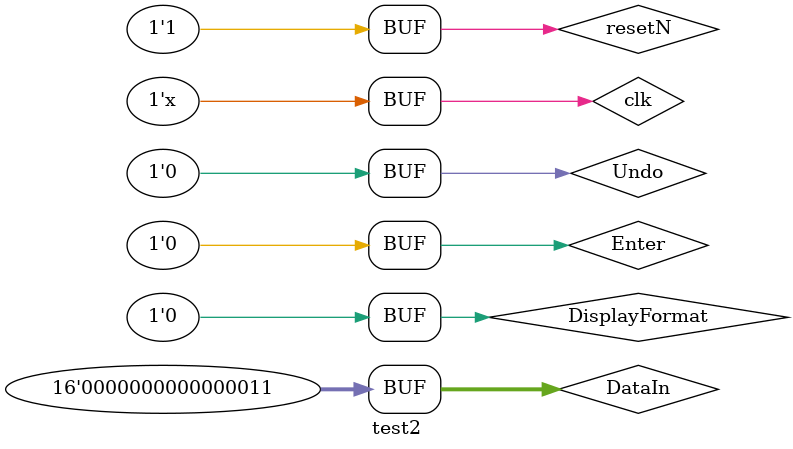
<source format=sv>
`timescale 1ns / 1ps

module test2();

  // Parámetro para el debouncer
  localparam N_DEBOUNCER = 10;

  // Señales de entrada
  logic clk;
  logic resetN;
  logic Enter;
  logic Undo;
  logic DisplayFormat;
  logic [15:0] DataIn;

  // Señales de salida
  logic [6:0] Segments;
  logic [7:0] Anodes;
  logic [4:0] Flags;
  logic [2:0] Status;

  // Instanciar el módulo bajo prueba
  S8_actividad2 dut (
    .clk(clk),
    .resetN(resetN),
    .Enter(Enter),
    .Undo(Undo),
    .DisplayFormat(DisplayFormat),
    .DataIn(DataIn),
    .Segments(Segments),
    .Anodes(Anodes),
    .Flags(Flags),
    .Status(Status)
  );
   always #1 clk = ~clk;  
      // Generar estímulos de prueba
  initial begin
    // Inicializar las señales
    clk = 0;
    resetN = 0;
    Enter = 0;
    Undo = 0;
    DisplayFormat = 0;
    DataIn = 0;

  
    
    #8 resetN = 1;
        DataIn = 15'ha;
        
        
    #30 Enter = 1;
    #20 DisplayFormat = 1;
    #80 Enter = 0;
        DisplayFormat = 0;
        
    
    //#10 DataIn = 15'h3;
    #60 DataIn = 15'h7;
    
    
    
    
    #30 Enter = 1;
    #25 Enter = 0;
    
    //#20 DataIn = 15'h2;
    
    
    #35 Undo = 1;
    #15 Undo = 0;
    
    
    #10 DataIn = 15'h2;
    
    #30 Enter = 1;
    #40 Enter = 0;
    
    #60 DataIn = 15'h3;
    
    #38 Enter = 1;
    #17 Enter = 0;
    
    
    #120 Enter = 1;
    #17 Enter = 0;
   
  end

  
  

endmodule

</source>
